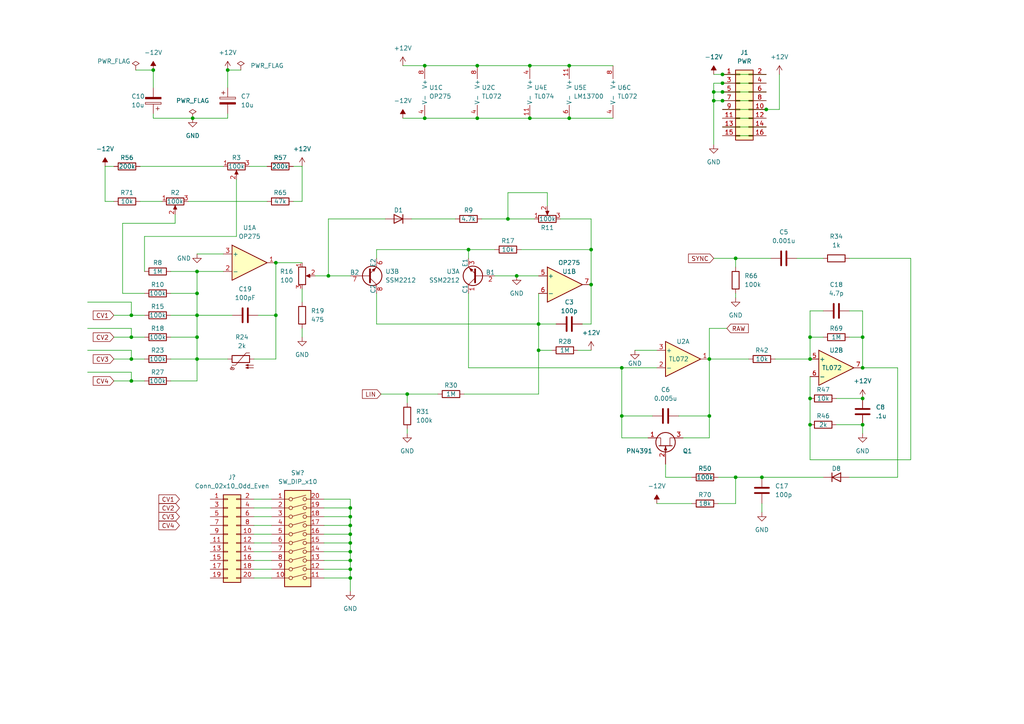
<source format=kicad_sch>
(kicad_sch (version 20211123) (generator eeschema)
  (paper "A4")
  (junction (at 171.45 82.55))
  (junction (at 454.66 73.66))
  (junction (at 213.36 138.43))
  (junction (at 123.19 34.29))
  (junction (at 234.95 104.14))
  (junction (at 153.67 19.05))
  (junction (at 433.07 100.33))
  (junction (at 222.25 31.75))
  (junction (at 415.29 48.26))
  (junction (at 427.99 48.26))
  (junction (at 138.43 19.05))
  (junction (at 490.22 120.65))
  (junction (at 55.88 34.29))
  (junction (at 209.55 24.13))
  (junction (at 394.97 74.93))
  (junction (at 443.23 116.84))
  (junction (at 123.19 19.05))
  (junction (at 209.55 29.21))
  (junction (at 477.52 50.8))
  (junction (at 153.67 34.29))
  (junction (at 171.45 72.39))
  (junction (at 407.67 113.03))
  (junction (at 101.6 147.32))
  (junction (at 101.6 152.4))
  (junction (at 180.34 120.65))
  (junction (at 118.11 114.3))
  (junction (at 80.01 91.44))
  (junction (at 156.21 93.98))
  (junction (at 57.15 104.14))
  (junction (at 401.32 33.02))
  (junction (at 220.98 138.43))
  (junction (at 66.04 20.32))
  (junction (at 95.25 80.01))
  (junction (at 415.29 55.88))
  (junction (at 474.98 78.74))
  (junction (at 38.1 110.49))
  (junction (at 495.3 71.12))
  (junction (at 406.4 73.66))
  (junction (at 454.66 78.74))
  (junction (at 135.89 72.39))
  (junction (at 378.46 50.8))
  (junction (at 205.74 120.65))
  (junction (at 447.04 53.34))
  (junction (at 57.15 85.09))
  (junction (at 406.4 55.88))
  (junction (at 394.97 58.42))
  (junction (at 101.6 157.48))
  (junction (at 370.84 77.47))
  (junction (at 156.21 101.6))
  (junction (at 350.52 45.72))
  (junction (at 394.97 48.26))
  (junction (at 101.6 162.56))
  (junction (at 207.01 26.67))
  (junction (at 250.19 97.79))
  (junction (at 213.36 74.93))
  (junction (at 207.01 29.21))
  (junction (at 101.6 167.64))
  (junction (at 539.75 38.1))
  (junction (at 209.55 21.59))
  (junction (at 515.62 27.94))
  (junction (at 165.1 34.29))
  (junction (at 453.39 113.03))
  (junction (at 431.8 63.5))
  (junction (at 234.95 115.57))
  (junction (at 505.46 40.64))
  (junction (at 234.95 97.79))
  (junction (at 38.1 91.44))
  (junction (at 38.1 97.79))
  (junction (at 101.6 160.02))
  (junction (at 505.46 58.42))
  (junction (at 497.84 27.94))
  (junction (at 443.23 95.25))
  (junction (at 250.19 123.19))
  (junction (at 205.74 104.14))
  (junction (at 101.6 165.1))
  (junction (at 149.86 80.01))
  (junction (at 44.45 20.32))
  (junction (at 250.19 115.57))
  (junction (at 57.15 78.74))
  (junction (at 447.04 45.72))
  (junction (at 406.4 69.85))
  (junction (at 57.15 91.44))
  (junction (at 209.55 26.67))
  (junction (at 250.19 106.68))
  (junction (at 495.3 90.17))
  (junction (at 101.6 149.86))
  (junction (at 80.01 76.2))
  (junction (at 101.6 154.94))
  (junction (at 407.67 120.65))
  (junction (at 138.43 34.29))
  (junction (at 165.1 19.05))
  (junction (at 180.34 106.68))
  (junction (at 57.15 97.79))
  (junction (at 496.57 50.8))
  (junction (at 38.1 104.14))
  (junction (at 450.85 123.19))
  (junction (at 234.95 123.19))
  (junction (at 407.67 100.33))
  (junction (at 394.97 85.09))
  (junction (at 147.32 63.5))
  (no_connect (at 521.97 123.19))
  (no_connect (at 519.43 113.03))
  (no_connect (at 509.27 115.57))
  (no_connect (at 494.03 118.11))
  (no_connect (at 509.27 118.11))
  (no_connect (at 417.83 116.84))
  (no_connect (at 510.54 55.88))
  (no_connect (at 508 55.88))
  (wire (pts (xy 209.55 21.59) (xy 222.25 21.59)))
  (wire (pts (xy 198.12 127) (xy 205.74 127)))
  (wire (pts (xy 387.35 113.03) (xy 387.35 109.22)))
  (wire (pts (xy 73.66 160.02) (xy 78.74 160.02)))
  (wire (pts (xy 57.15 104.14) (xy 57.15 110.49)))
  (wire (pts (xy 72.39 48.26) (xy 77.47 48.26)))
  (wire (pts (xy 109.22 85.09) (xy 109.22 93.98)))
  (wire (pts (xy 391.16 95.25) (xy 393.7 95.25)))
  (wire (pts (xy 424.18 85.09) (xy 424.18 95.25)))
  (wire (pts (xy 494.03 50.8) (xy 496.57 50.8)))
  (wire (pts (xy 80.01 76.2) (xy 87.63 76.2)))
  (wire (pts (xy 38.1 104.14) (xy 41.91 104.14)))
  (wire (pts (xy 153.67 19.05) (xy 165.1 19.05)))
  (wire (pts (xy 425.45 55.88) (xy 431.8 55.88)))
  (wire (pts (xy 171.45 93.98) (xy 168.91 93.98)))
  (wire (pts (xy 454.66 78.74) (xy 454.66 87.63)))
  (wire (pts (xy 57.15 91.44) (xy 67.31 91.44)))
  (wire (pts (xy 147.32 55.88) (xy 158.75 55.88)))
  (wire (pts (xy 480.06 97.79) (xy 495.3 97.79)))
  (wire (pts (xy 171.45 82.55) (xy 171.45 93.98)))
  (wire (pts (xy 454.66 68.58) (xy 480.06 68.58)))
  (wire (pts (xy 147.32 63.5) (xy 147.32 55.88)))
  (wire (pts (xy 450.85 123.19) (xy 458.47 123.19)))
  (wire (pts (xy 443.23 123.19) (xy 450.85 123.19)))
  (wire (pts (xy 246.38 90.17) (xy 250.19 90.17)))
  (wire (pts (xy 93.98 154.94) (xy 101.6 154.94)))
  (wire (pts (xy 234.95 133.35) (xy 264.16 133.35)))
  (wire (pts (xy 205.74 104.14) (xy 205.74 120.65)))
  (wire (pts (xy 495.3 71.12) (xy 508 71.12)))
  (wire (pts (xy 167.64 101.6) (xy 171.45 101.6)))
  (wire (pts (xy 193.04 138.43) (xy 200.66 138.43)))
  (wire (pts (xy 91.44 80.01) (xy 95.25 80.01)))
  (wire (pts (xy 417.83 113.03) (xy 407.67 113.03)))
  (wire (pts (xy 379.73 95.25) (xy 383.54 95.25)))
  (wire (pts (xy 474.98 27.94) (xy 486.41 27.94)))
  (wire (pts (xy 49.53 91.44) (xy 57.15 91.44)))
  (wire (pts (xy 93.98 149.86) (xy 101.6 149.86)))
  (wire (pts (xy 44.45 34.29) (xy 55.88 34.29)))
  (wire (pts (xy 25.4 95.25) (xy 38.1 95.25)))
  (wire (pts (xy 431.8 55.88) (xy 431.8 63.5)))
  (wire (pts (xy 515.62 27.94) (xy 509.27 27.94)))
  (wire (pts (xy 87.63 58.42) (xy 85.09 58.42)))
  (wire (pts (xy 490.22 120.65) (xy 490.22 123.19)))
  (wire (pts (xy 490.22 115.57) (xy 490.22 120.65)))
  (wire (pts (xy 379.73 77.47) (xy 370.84 77.47)))
  (wire (pts (xy 260.35 106.68) (xy 260.35 138.43)))
  (wire (pts (xy 95.25 80.01) (xy 101.6 80.01)))
  (wire (pts (xy 209.55 26.67) (xy 222.25 26.67)))
  (wire (pts (xy 101.6 147.32) (xy 101.6 149.86)))
  (wire (pts (xy 433.07 100.33) (xy 429.26 100.33)))
  (wire (pts (xy 515.62 20.32) (xy 509.27 20.32)))
  (wire (pts (xy 505.46 55.88) (xy 505.46 58.42)))
  (wire (pts (xy 415.29 48.26) (xy 415.29 55.88)))
  (wire (pts (xy 207.01 26.67) (xy 207.01 24.13)))
  (wire (pts (xy 66.04 34.29) (xy 66.04 33.02)))
  (wire (pts (xy 414.02 48.26) (xy 415.29 48.26)))
  (wire (pts (xy 73.66 152.4) (xy 78.74 152.4)))
  (wire (pts (xy 392.43 66.04) (xy 394.97 66.04)))
  (wire (pts (xy 101.6 167.64) (xy 101.6 171.45)))
  (wire (pts (xy 220.98 146.05) (xy 220.98 148.59)))
  (wire (pts (xy 242.57 123.19) (xy 250.19 123.19)))
  (wire (pts (xy 57.15 78.74) (xy 64.77 78.74)))
  (wire (pts (xy 406.4 55.88) (xy 406.4 69.85)))
  (wire (pts (xy 515.62 27.94) (xy 515.62 20.32)))
  (wire (pts (xy 156.21 101.6) (xy 160.02 101.6)))
  (wire (pts (xy 180.34 106.68) (xy 190.5 106.68)))
  (wire (pts (xy 74.93 91.44) (xy 80.01 91.44)))
  (wire (pts (xy 66.04 20.32) (xy 66.04 25.4)))
  (wire (pts (xy 180.34 106.68) (xy 180.34 120.65)))
  (wire (pts (xy 93.98 157.48) (xy 101.6 157.48)))
  (wire (pts (xy 453.39 113.03) (xy 453.39 105.41)))
  (wire (pts (xy 109.22 93.98) (xy 156.21 93.98)))
  (wire (pts (xy 40.64 58.42) (xy 46.99 58.42)))
  (wire (pts (xy 207.01 24.13) (xy 209.55 24.13)))
  (wire (pts (xy 433.07 116.84) (xy 443.23 116.84)))
  (wire (pts (xy 394.97 74.93) (xy 401.32 74.93)))
  (wire (pts (xy 407.67 100.33) (xy 407.67 101.6)))
  (wire (pts (xy 190.5 146.05) (xy 200.66 146.05)))
  (wire (pts (xy 495.3 78.74) (xy 495.3 71.12)))
  (wire (pts (xy 392.43 85.09) (xy 394.97 85.09)))
  (wire (pts (xy 165.1 34.29) (xy 177.8 34.29)))
  (wire (pts (xy 515.62 83.82) (xy 515.62 64.77)))
  (wire (pts (xy 118.11 114.3) (xy 118.11 116.84)))
  (wire (pts (xy 123.19 34.29) (xy 138.43 34.29)))
  (wire (pts (xy 443.23 95.25) (xy 443.23 101.6)))
  (wire (pts (xy 66.04 20.32) (xy 69.85 20.32)))
  (wire (pts (xy 127 114.3) (xy 118.11 114.3)))
  (wire (pts (xy 208.28 138.43) (xy 213.36 138.43)))
  (wire (pts (xy 234.95 115.57) (xy 234.95 123.19)))
  (wire (pts (xy 417.83 119.38) (xy 417.83 120.65)))
  (wire (pts (xy 207.01 74.93) (xy 213.36 74.93)))
  (wire (pts (xy 466.09 123.19) (xy 469.9 123.19)))
  (wire (pts (xy 165.1 19.05) (xy 177.8 19.05)))
  (wire (pts (xy 33.02 97.79) (xy 38.1 97.79)))
  (wire (pts (xy 264.16 133.35) (xy 264.16 74.93)))
  (wire (pts (xy 57.15 91.44) (xy 57.15 97.79)))
  (wire (pts (xy 25.4 87.63) (xy 38.1 87.63)))
  (wire (pts (xy 33.02 104.14) (xy 38.1 104.14)))
  (wire (pts (xy 447.04 53.34) (xy 447.04 45.72)))
  (wire (pts (xy 187.96 127) (xy 180.34 127)))
  (wire (pts (xy 95.25 63.5) (xy 111.76 63.5)))
  (wire (pts (xy 93.98 165.1) (xy 101.6 165.1)))
  (wire (pts (xy 508 71.12) (xy 508 80.01)))
  (wire (pts (xy 73.66 162.56) (xy 78.74 162.56)))
  (wire (pts (xy 171.45 82.55) (xy 171.45 72.39)))
  (wire (pts (xy 496.57 50.8) (xy 500.38 50.8)))
  (wire (pts (xy 213.36 77.47) (xy 213.36 74.93)))
  (wire (pts (xy 35.56 64.77) (xy 50.8 64.77)))
  (wire (pts (xy 447.04 85.09) (xy 424.18 85.09)))
  (wire (pts (xy 436.88 95.25) (xy 443.23 95.25)))
  (wire (pts (xy 394.97 85.09) (xy 394.97 74.93)))
  (wire (pts (xy 407.67 120.65) (xy 417.83 120.65)))
  (wire (pts (xy 118.11 124.46) (xy 118.11 125.73)))
  (wire (pts (xy 370.84 77.47) (xy 370.84 85.09)))
  (wire (pts (xy 250.19 97.79) (xy 250.19 106.68)))
  (wire (pts (xy 378.46 50.8) (xy 378.46 58.42)))
  (wire (pts (xy 447.04 38.1) (xy 447.04 31.75)))
  (wire (pts (xy 466.09 113.03) (xy 469.9 113.03)))
  (wire (pts (xy 497.84 45.72) (xy 497.84 27.94)))
  (wire (pts (xy 209.55 39.37) (xy 222.25 39.37)))
  (wire (pts (xy 184.15 101.6) (xy 190.5 101.6)))
  (wire (pts (xy 242.57 115.57) (xy 250.19 115.57)))
  (wire (pts (xy 350.52 45.72) (xy 350.52 46.99)))
  (wire (pts (xy 431.8 78.74) (xy 454.66 78.74)))
  (wire (pts (xy 57.15 78.74) (xy 57.15 85.09)))
  (wire (pts (xy 109.22 72.39) (xy 135.89 72.39)))
  (wire (pts (xy 41.91 68.58) (xy 68.58 68.58)))
  (wire (pts (xy 477.52 50.8) (xy 477.52 52.07)))
  (wire (pts (xy 453.39 105.41) (xy 458.47 105.41)))
  (wire (pts (xy 515.62 48.26) (xy 515.62 27.94)))
  (wire (pts (xy 101.6 157.48) (xy 101.6 160.02)))
  (wire (pts (xy 38.1 97.79) (xy 41.91 97.79)))
  (wire (pts (xy 406.4 69.85) (xy 450.85 69.85)))
  (wire (pts (xy 224.79 104.14) (xy 234.95 104.14)))
  (wire (pts (xy 403.86 100.33) (xy 407.67 100.33)))
  (wire (pts (xy 101.6 152.4) (xy 101.6 154.94)))
  (wire (pts (xy 378.46 50.8) (xy 379.73 50.8)))
  (wire (pts (xy 454.66 73.66) (xy 459.74 73.66)))
  (wire (pts (xy 205.74 95.25) (xy 210.82 95.25)))
  (wire (pts (xy 87.63 83.82) (xy 87.63 87.63)))
  (wire (pts (xy 44.45 33.02) (xy 44.45 34.29)))
  (wire (pts (xy 474.98 73.66) (xy 474.98 78.74)))
  (wire (pts (xy 350.52 44.45) (xy 350.52 45.72)))
  (wire (pts (xy 427.99 48.26) (xy 427.99 53.34)))
  (wire (pts (xy 135.89 72.39) (xy 143.51 72.39)))
  (wire (pts (xy 180.34 120.65) (xy 189.23 120.65)))
  (wire (pts (xy 505.46 58.42) (xy 525.78 58.42)))
  (wire (pts (xy 334.01 40.64) (xy 346.71 40.64)))
  (wire (pts (xy 425.45 63.5) (xy 431.8 63.5)))
  (wire (pts (xy 511.81 83.82) (xy 515.62 83.82)))
  (wire (pts (xy 231.14 74.93) (xy 238.76 74.93)))
  (wire (pts (xy 93.98 152.4) (xy 101.6 152.4)))
  (wire (pts (xy 135.89 106.68) (xy 180.34 106.68)))
  (wire (pts (xy 350.52 54.61) (xy 350.52 58.42)))
  (wire (pts (xy 49.53 104.14) (xy 57.15 104.14)))
  (wire (pts (xy 453.39 113.03) (xy 458.47 113.03)))
  (wire (pts (xy 539.75 35.56) (xy 539.75 38.1)))
  (wire (pts (xy 416.56 29.21) (xy 419.1 29.21)))
  (wire (pts (xy 415.29 48.26) (xy 417.83 48.26)))
  (wire (pts (xy 73.66 149.86) (xy 78.74 149.86)))
  (wire (pts (xy 207.01 26.67) (xy 209.55 26.67)))
  (wire (pts (xy 387.35 99.06) (xy 387.35 101.6)))
  (wire (pts (xy 226.06 31.75) (xy 226.06 21.59)))
  (wire (pts (xy 539.75 38.1) (xy 548.64 38.1)))
  (wire (pts (xy 156.21 93.98) (xy 161.29 93.98)))
  (wire (pts (xy 394.97 48.26) (xy 406.4 48.26)))
  (wire (pts (xy 264.16 74.93) (xy 246.38 74.93)))
  (wire (pts (xy 49.53 110.49) (xy 57.15 110.49)))
  (wire (pts (xy 467.36 78.74) (xy 474.98 78.74)))
  (wire (pts (xy 443.23 53.34) (xy 447.04 53.34)))
  (wire (pts (xy 411.48 95.25) (xy 424.18 95.25)))
  (wire (pts (xy 93.98 160.02) (xy 101.6 160.02)))
  (wire (pts (xy 57.15 104.14) (xy 66.04 104.14)))
  (wire (pts (xy 466.09 105.41) (xy 478.79 105.41)))
  (wire (pts (xy 38.1 101.6) (xy 38.1 104.14)))
  (wire (pts (xy 447.04 53.34) (xy 447.04 85.09)))
  (wire (pts (xy 57.15 97.79) (xy 57.15 104.14)))
  (wire (pts (xy 477.52 50.8) (xy 486.41 50.8)))
  (wire (pts (xy 73.66 154.94) (xy 78.74 154.94)))
  (wire (pts (xy 234.95 123.19) (xy 234.95 133.35)))
  (wire (pts (xy 101.6 149.86) (xy 101.6 152.4)))
  (wire (pts (xy 406.4 73.66) (xy 408.94 73.66)))
  (wire (pts (xy 35.56 85.09) (xy 35.56 64.77)))
  (wire (pts (xy 417.83 114.3) (xy 417.83 113.03)))
  (wire (pts (xy 143.51 80.01) (xy 149.86 80.01)))
  (wire (pts (xy 433.07 99.06) (xy 433.07 100.33)))
  (wire (pts (xy 41.91 78.74) (xy 41.91 68.58)))
  (wire (pts (xy 246.38 97.79) (xy 250.19 97.79)))
  (wire (pts (xy 238.76 90.17) (xy 234.95 90.17)))
  (wire (pts (xy 378.46 58.42) (xy 384.81 58.42)))
  (wire (pts (xy 370.84 77.47) (xy 370.84 66.04)))
  (wire (pts (xy 394.97 66.04) (xy 394.97 58.42)))
  (wire (pts (xy 213.36 74.93) (xy 223.52 74.93)))
  (wire (pts (xy 505.46 40.64) (xy 525.78 40.64)))
  (wire (pts (xy 406.4 73.66) (xy 406.4 78.74)))
  (wire (pts (xy 419.1 33.02) (xy 401.32 33.02)))
  (wire (pts (xy 425.45 48.26) (xy 427.99 48.26)))
  (wire (pts (xy 458.47 45.72) (xy 462.28 45.72)))
  (wire (pts (xy 25.4 101.6) (xy 38.1 101.6)))
  (wire (pts (xy 495.3 90.17) (xy 508 90.17)))
  (wire (pts (xy 205.74 104.14) (xy 205.74 95.25)))
  (wire (pts (xy 474.98 48.26) (xy 474.98 27.94)))
  (wire (pts (xy 234.95 97.79) (xy 234.95 104.14)))
  (wire (pts (xy 407.67 109.22) (xy 407.67 113.03)))
  (wire (pts (xy 207.01 29.21) (xy 209.55 29.21)))
  (wire (pts (xy 38.1 87.63) (xy 38.1 91.44)))
  (wire (pts (xy 33.02 48.26) (xy 30.48 48.26)))
  (wire (pts (xy 80.01 91.44) (xy 80.01 76.2)))
  (wire (pts (xy 156.21 114.3) (xy 156.21 101.6)))
  (wire (pts (xy 368.3 40.64) (xy 372.11 40.64)))
  (wire (pts (xy 147.32 63.5) (xy 154.94 63.5)))
  (wire (pts (xy 401.32 74.93) (xy 401.32 55.88)))
  (wire (pts (xy 433.07 100.33) (xy 433.07 101.6)))
  (wire (pts (xy 354.33 40.64) (xy 360.68 40.64)))
  (wire (pts (xy 405.13 29.21) (xy 408.94 29.21)))
  (wire (pts (xy 73.66 144.78) (xy 78.74 144.78)))
  (wire (pts (xy 68.58 68.58) (xy 68.58 52.07)))
  (wire (pts (xy 394.97 85.09) (xy 398.78 85.09)))
  (wire (pts (xy 415.29 55.88) (xy 417.83 55.88)))
  (wire (pts (xy 431.8 43.18) (xy 419.1 43.18)))
  (wire (pts (xy 387.35 113.03) (xy 407.67 113.03)))
  (wire (pts (xy 209.55 24.13) (xy 222.25 24.13)))
  (wire (pts (xy 222.25 31.75) (xy 226.06 31.75)))
  (wire (pts (xy 474.98 50.8) (xy 477.52 50.8)))
  (wire (pts (xy 156.21 85.09) (xy 156.21 93.98)))
  (wire (pts (xy 443.23 116.84) (xy 443.23 123.19)))
  (wire (pts (xy 539.75 38.1) (xy 539.75 40.64)))
  (wire (pts (xy 454.66 87.63) (xy 480.06 87.63)))
  (wire (pts (xy 55.88 34.29) (xy 66.04 34.29)))
  (wire (pts (xy 508 90.17) (xy 508 87.63)))
  (wire (pts (xy 213.36 138.43) (xy 213.36 146.05)))
  (wire (pts (xy 490.22 120.65) (xy 494.03 120.65)))
  (wire (pts (xy 158.75 55.88) (xy 158.75 59.69)))
  (wire (pts (xy 213.36 85.09) (xy 213.36 86.36)))
  (wire (pts (xy 392.43 31.75) (xy 392.43 29.21)))
  (wire (pts (xy 480.06 78.74) (xy 495.3 78.74)))
  (wire (pts (xy 116.84 34.29) (xy 123.19 34.29)))
  (wire (pts (xy 497.84 27.94) (xy 497.84 20.32)))
  (wire (pts (xy 134.62 114.3) (xy 156.21 114.3)))
  (wire (pts (xy 39.37 20.32) (xy 44.45 20.32)))
  (wire (pts (xy 205.74 120.65) (xy 205.74 127)))
  (wire (pts (xy 135.89 72.39) (xy 135.89 74.93)))
  (wire (pts (xy 419.1 43.18) (xy 419.1 33.02)))
  (wire (pts (xy 429.26 100.33) (xy 429.26 95.25)))
  (wire (pts (xy 427.99 53.34) (xy 435.61 53.34)))
  (wire (pts (xy 95.25 63.5) (xy 95.25 80.01)))
  (wire (pts (xy 38.1 107.95) (xy 38.1 110.49)))
  (wire (pts (xy 401.32 55.88) (xy 406.4 55.88)))
  (wire (pts (xy 350.52 45.72) (xy 379.73 45.72)))
  (wire (pts (xy 162.56 63.5) (xy 171.45 63.5)))
  (wire (pts (xy 138.43 19.05) (xy 153.67 19.05)))
  (wire (pts (xy 101.6 154.94) (xy 101.6 157.48)))
  (wire (pts (xy 403.86 95.25) (xy 403.86 100.33)))
  (wire (pts (xy 220.98 138.43) (xy 238.76 138.43)))
  (wire (pts (xy 234.95 90.17) (xy 234.95 97.79)))
  (wire (pts (xy 171.45 63.5) (xy 171.45 72.39)))
  (wire (pts (xy 57.15 85.09) (xy 57.15 91.44)))
  (wire (pts (xy 80.01 91.44) (xy 80.01 104.14)))
  (wire (pts (xy 93.98 144.78) (xy 101.6 144.78)))
  (wire (pts (xy 30.48 58.42) (xy 33.02 58.42)))
  (wire (pts (xy 101.6 165.1) (xy 101.6 167.64)))
  (wire (pts (xy 54.61 58.42) (xy 77.47 58.42)))
  (wire (pts (xy 406.4 69.85) (xy 406.4 73.66)))
  (wire (pts (xy 447.04 45.72) (xy 450.85 45.72)))
  (wire (pts (xy 407.67 99.06) (xy 407.67 100.33)))
  (wire (pts (xy 414.02 55.88) (xy 415.29 55.88)))
  (wire (pts (xy 101.6 144.78) (xy 101.6 147.32)))
  (wire (pts (xy 207.01 21.59) (xy 209.55 21.59)))
  (wire (pts (xy 73.66 147.32) (xy 78.74 147.32)))
  (wire (pts (xy 171.45 72.39) (xy 151.13 72.39)))
  (wire (pts (xy 213.36 138.43) (xy 220.98 138.43)))
  (wire (pts (xy 508 64.77) (xy 496.57 64.77)))
  (wire (pts (xy 334.01 41.91) (xy 334.01 40.64)))
  (wire (pts (xy 454.66 73.66) (xy 454.66 68.58)))
  (wire (pts (xy 234.95 109.22) (xy 234.95 115.57)))
  (wire (pts (xy 196.85 120.65) (xy 205.74 120.65)))
  (wire (pts (xy 156.21 93.98) (xy 156.21 101.6)))
  (wire (pts (xy 93.98 167.64) (xy 101.6 167.64)))
  (wire (pts (xy 138.43 34.29) (xy 153.67 34.29)))
  (wire (pts (xy 406.4 78.74) (xy 408.94 78.74)))
  (wire (pts (xy 149.86 80.01) (xy 156.21 80.01)))
  (wire (pts (xy 467.36 73.66) (xy 474.98 73.66)))
  (wire (pts (xy 87.63 95.25) (xy 87.63 97.79)))
  (wire (pts (xy 367.03 50.8) (xy 367.03 55.88)))
  (wire (pts (xy 209.55 34.29) (xy 222.25 34.29)))
  (wire (pts (xy 101.6 162.56) (xy 101.6 165.1)))
  (wire (pts (xy 406.4 85.09) (xy 414.02 85.09)))
  (wire (pts (xy 450.85 48.26) (xy 474.98 48.26)))
  (wire (pts (xy 374.65 50.8) (xy 378.46 50.8)))
  (wire (pts (xy 415.29 63.5) (xy 415.29 55.88)))
  (wire (pts (xy 480.06 92.71) (xy 480.06 97.79)))
  (wire (pts (xy 93.98 147.32) (xy 101.6 147.32)))
  (wire (pts (xy 209.55 31.75) (xy 222.25 31.75)))
  (wire (pts (xy 496.57 64.77) (xy 496.57 50.8)))
  (wire (pts (xy 238.76 97.79) (xy 234.95 97.79)))
  (wire (pts (xy 497.84 27.94) (xy 501.65 27.94)))
  (wire (pts (xy 213.36 146.05) (xy 208.28 146.05)))
  (wire (pts (xy 93.98 162.56) (xy 101.6 162.56)))
  (wire (pts (xy 25.4 107.95) (xy 38.1 107.95)))
  (wire (pts (xy 73.66 157.48) (xy 78.74 157.48)))
  (wire (pts (xy 50.8 64.77) (xy 50.8 62.23)))
  (wire (pts (xy 73.66 104.14) (xy 80.01 104.14)))
  (wire (pts (xy 109.22 72.39) (xy 109.22 74.93)))
  (wire (pts (xy 454.66 78.74) (xy 459.74 78.74)))
  (wire (pts (xy 73.66 165.1) (xy 78.74 165.1)))
  (wire (pts (xy 494.03 27.94) (xy 497.84 27.94)))
  (wire (pts (xy 370.84 66.04) (xy 384.81 66.04)))
  (wire (pts (xy 119.38 63.5) (xy 132.08 63.5)))
  (wire (pts (xy 33.02 91.44) (xy 38.1 91.44)))
  (wire (pts (xy 116.84 19.05) (xy 123.19 19.05)))
  (wire (pts (xy 209.55 36.83) (xy 222.25 36.83)))
  (wire (pts (xy 57.15 73.66) (xy 64.77 73.66)))
  (wire (pts (xy 38.1 110.49) (xy 41.91 110.49)))
  (wire (pts (xy 416.56 73.66) (xy 454.66 73.66)))
  (wire (pts (xy 49.53 78.74) (xy 57.15 78.74)))
  (wire (pts (xy 205.74 104.14) (xy 217.17 104.14)))
  (wire (pts (xy 101.6 160.02) (xy 101.6 162.56)))
  (wire (pts (xy 394.97 58.42) (xy 392.43 58.42)))
  (wire (pts (xy 73.66 167.64) (xy 78.74 167.64)))
  (wire (pts (xy 49.53 97.79) (xy 57.15 97.79)))
  (wire (pts (xy 38.1 95.25) (xy 38.1 97.79)))
  (wire (pts (xy 180.34 120.65) (xy 180.34 127)))
  (wire (pts (xy 207.01 41.91) (xy 207.01 29.21)))
  (wire (pts (xy 49.53 85.09) (xy 57.15 85.09)))
  (wire (pts (xy 85.09 48.26) (xy 87.63 48.26)))
  (wire (pts (xy 110.49 114.3) (xy 118.11 114.3)))
  (wire (pts (xy 494.03 115.57) (xy 490.22 115.57)))
  (wire (pts (xy 417.83 63.5) (xy 415.29 63.5)))
  (wire (pts (xy 139.7 63.5) (xy 147.32 63.5)))
  (wire (pts (xy 433.07 109.22) (xy 433.07 114.3)))
  (wire (pts (xy 250.19 106.68) (xy 260.35 106.68)))
  (wire (pts (xy 450.85 69.85) (xy 450.85 48.26)))
  (wire (pts (xy 135.89 85.09) (xy 135.89 106.68)))
  (wire (pts (xy 443.23 116.84) (xy 443.23 109.22)))
  (wire (pts (xy 41.91 85.09) (xy 35.56 85.09)))
  (wire (pts (xy 260.35 138.43) (xy 246.38 138.43)))
  (wire (pts (xy 87.63 48.26) (xy 87.63 58.42)))
  (wire (pts (xy 123.19 19.05) (xy 138.43 19.05)))
  (wire (pts (xy 40.64 48.26) (xy 64.77 48.26)))
  (wire (pts (xy 497.84 20.32) (xy 501.65 20.32)))
  (wire (pts (xy 250.19 90.17) (xy 250.19 97.79)))
  (wire (pts (xy 515.62 27.94) (xy 539.75 27.94)))
  (wire (pts (xy 500.38 45.72) (xy 497.84 45.72)))
  (wire (pts (xy 33.02 110.49) (xy 38.1 110.49)))
  (wire (pts (xy 30.48 48.26) (xy 30.48 58.42)))
  (wire (pts (xy 392.43 29.21) (xy 397.51 29.21)))
  (wire (pts (xy 153.67 34.29) (xy 165.1 34.29)))
  (wire (pts (xy 38.1 91.44) (xy 41.91 91.44)))
  (wire (pts (xy 495.3 97.79) (xy 495.3 90.17)))
  (wire (pts (xy 505.46 38.1) (xy 505.46 40.64)))
  (wire (pts (xy 44.45 20.32) (xy 44.45 25.4)))
  (wire (pts (xy 394.97 48.26) (xy 394.97 58.42)))
  (wire (pts (xy 431.8 38.1) (xy 447.04 38.1)))
  (wire (pts (xy 193.04 134.62) (xy 193.04 138.43)))
  (wire (pts (xy 250.19 123.19) (xy 250.19 125.73)))
  (wire (pts (xy 427.99 48.26) (xy 431.8 48.26)))
  (wire (pts (xy 370.84 85.09) (xy 384.81 85.09)))
  (wire (pts (xy 431.8 34.29) (xy 431.8 38.1)))
  (wire (pts (xy 209.55 29.21) (xy 222.25 29.21)))
  (wire (pts (xy 480.06 73.66) (xy 480.06 78.74)))
  (wire (pts (xy 207.01 29.21) (xy 207.01 26.67)))
  (global_label "CV2" (shape input) (at 33.02 97.79 180) (property "Intersheet References" "${INTERSHEET_REFS}" (effects hide)))
  (global_label "CV1" (shape input) (at 33.02 91.44 180) (property "Intersheet References" "${INTERSHEET_REFS}" (effects hide)))
  (global_label "CV1" (shape input) (at 52.07 144.78 180) (property "Intersheet References" "${INTERSHEET_REFS}" (effects hide)))
  (global_label "SYNC" (shape input) (at 207.01 74.93 180) (property "Intersheet References" "${INTERSHEET_REFS}" (effects hide)))
  (global_label "SIN" (shape input) (at 478.79 105.41 0) (property "Intersheet References" "${INTERSHEET_REFS}" (effects hide)))
  (global_label "CV4" (shape input) (at 52.07 152.4 180) (property "Intersheet References" "${INTERSHEET_REFS}" (effects hide)))
  (global_label "LIN" (shape input) (at 110.49 114.3 180) (property "Intersheet References" "${INTERSHEET_REFS}" (effects hide)))
  (global_label "CV3" (shape input) (at 52.07 149.86 180) (property "Intersheet References" "${INTERSHEET_REFS}" (effects hide)))
  (global_label "RMP" (shape input) (at 414.02 85.09 0) (property "Intersheet References" "${INTERSHEET_REFS}" (effects hide)))
  (global_label "CV2" (shape input) (at 52.07 147.32 180) (property "Intersheet References" "${INTERSHEET_REFS}" (effects hide)))
  (global_label "RAW" (shape input) (at 210.82 95.25 0) (property "Intersheet References" "${INTERSHEET_REFS}" (effects hide)))
  (global_label "SQR" (shape input) (at 548.64 38.1 0) (property "Intersheet References" "${INTERSHEET_REFS}" (effects hide)))
  (global_label "PWM" (shape input) (at 474.98 50.8 180) (property "Intersheet References" "${INTERSHEET_REFS}" (effects hide)))
  (global_label "RAW" (shape input) (at 367.03 55.88 0) (property "Intersheet References" "${INTERSHEET_REFS}" (effects hide)))
  (global_label "CV3" (shape input) (at 33.02 104.14 180) (property "Intersheet References" "${INTERSHEET_REFS}" (effects hide)))
  (global_label "TRI" (shape input) (at 462.28 45.72 0) (property "Intersheet References" "${INTERSHEET_REFS}" (effects hide)))
  (global_label "CV4" (shape input) (at 33.02 110.49 180) (property "Intersheet References" "${INTERSHEET_REFS}" (effects hide)))
  (symbol (lib_id "Device:D") (at 242.57 138.43 0) (unit 1)
    (property "Reference" "D8" (at 242.57 135.89 0))
    (property "Value" "D" (effects hide))
  )
  (symbol (lib_id "Device:R") (at 45.72 104.14 90) (unit 1)
    (property "Reference" "R23" (at 45.72 101.6 90))
    (property "Value" "100k" (at 45.72 104.14 90))
  )
  (symbol (lib_id "power:GND") (at 474.98 78.74 0) (unit 1)
    (property "Reference" "#PWR0141" (effects hide))
    (property "Value" "GND" (at 474.98 83.82 0))
  )
  (symbol (lib_name "LM13700_1") (lib_id "Amplifier_Operational:LM13700") (at 425.45 116.84 0) (mirror x) (unit 3)
    (property "Reference" "U5" (at 425.45 111.76 0))
    (property "Value" "LM13700" (at 424.18 123.19 0))
    (property "Datasheet" "http://www.ti.com/lit/ds/symlink/lm13700.pdf" (effects hide))
  )
  (symbol (lib_id "Device:R_Potentiometer") (at 508 83.82 0) (mirror x) (unit 1)
    (property "Reference" "R39" (at 505.46 82.5499 0) (effects (justify right)))
    (property "Value" "100k" (at 505.46 85.0899 0) (effects (justify right)))
  )
  (symbol (lib_id "power:GND") (at 407.67 120.65 0) (unit 1)
    (property "Reference" "#PWR0128" (effects hide))
    (property "Value" "GND" (at 407.67 125.73 0))
  )
  (symbol (lib_id "Device:R") (at 511.81 64.77 90) (unit 1)
    (property "Reference" "R35" (at 511.81 62.23 90))
    (property "Value" "10k" (at 511.81 64.77 90))
  )
  (symbol (lib_id "Device:R") (at 443.23 105.41 0) (unit 1)
    (property "Reference" "R45" (at 445.77 104.1399 0) (effects (justify left)))
    (property "Value" "1M" (at 445.77 106.6799 0) (effects (justify left)))
  )
  (symbol (lib_id "power:-12V") (at 469.9 113.03 0) (unit 1)
    (property "Reference" "#PWR0132" (effects hide))
    (property "Value" "-12V" (at 471.17 107.95 0))
  )
  (symbol (lib_id "power:GND") (at 213.36 86.36 0) (unit 1)
    (property "Reference" "#PWR0111" (effects hide))
    (property "Value" "GND" (at 213.36 91.44 0))
  )
  (symbol (lib_id "Device:R_Potentiometer") (at 387.35 95.25 90) (mirror x) (unit 1)
    (property "Reference" "R60" (at 387.35 92.71 90))
    (property "Value" "100k" (at 387.35 95.25 90))
  )
  (symbol (lib_id "Device:R") (at 36.83 58.42 90) (unit 1)
    (property "Reference" "R71" (at 36.83 55.88 90))
    (property "Value" "10k" (at 36.83 58.42 90))
  )
  (symbol (lib_id "Device:C") (at 242.57 90.17 90) (unit 1)
    (property "Reference" "C18" (at 242.57 82.55 90))
    (property "Value" "4.7p" (at 242.57 85.09 90))
  )
  (symbol (lib_id "Device:C_Polarized") (at 66.04 29.21 0) (unit 1)
    (property "Reference" "C7" (at 69.85 27.94 0) (effects (justify left)))
    (property "Value" "10u" (at 69.85 30.48 0) (effects (justify left)))
  )
  (symbol (lib_id "Device:R") (at 490.22 50.8 90) (unit 1)
    (property "Reference" "R40" (at 490.22 48.26 90))
    (property "Value" "10k" (at 490.22 50.8 90))
  )
  (symbol (lib_id "Device:D") (at 410.21 48.26 0) (mirror y) (unit 1)
    (property "Reference" "D2" (at 410.21 45.72 0))
    (property "Value" "D" (effects hide))
  )
  (symbol (lib_id "Device:R") (at 45.72 85.09 90) (unit 1)
    (property "Reference" "R10" (at 45.72 82.55 90))
    (property "Value" "100k" (at 45.72 85.09 90))
  )
  (symbol (lib_id "Device:R") (at 539.75 31.75 0) (unit 1)
    (property "Reference" "R36" (at 542.29 30.4799 0) (effects (justify left)))
    (property "Value" "4.7k" (at 542.29 33.0199 0) (effects (justify left)))
  )
  (symbol (lib_id "power:-12V") (at 505.46 58.42 0) (mirror x) (unit 1)
    (property "Reference" "#PWR0140" (effects hide))
    (property "Value" "-12V" (at 500.38 58.42 0))
  )
  (symbol (lib_id "Device:R") (at 118.11 120.65 0) (unit 1)
    (property "Reference" "R31" (at 120.65 119.3799 0) (effects (justify left)))
    (property "Value" "100k" (at 120.65 121.9199 0) (effects (justify left)))
  )
  (symbol (lib_id "Device:C") (at 421.64 63.5 90) (unit 1)
    (property "Reference" "C14" (at 421.64 59.69 90))
    (property "Value" "0.002u" (at 421.64 67.31 90))
  )
  (symbol (lib_id "Device:R") (at 388.62 58.42 90) (unit 1)
    (property "Reference" "R20" (at 388.62 55.88 90))
    (property "Value" "47k" (at 388.62 58.42 90))
  )
  (symbol (lib_id "Device:D") (at 412.75 78.74 0) (unit 1)
    (property "Reference" "D7" (at 412.75 81.28 0))
    (property "Value" "D" (effects hide))
  )
  (symbol (lib_id "Device:C") (at 193.04 120.65 90) (unit 1)
    (property "Reference" "C6" (at 193.04 113.03 90))
    (property "Value" "0.005u" (at 193.04 115.57 90))
  )
  (symbol (lib_id "Amplifier_Operational:LM13700") (at 521.97 115.57 270) (mirror x) (unit 2)
    (property "Reference" "U5" (at 528.32 116.8399 90) (effects (justify left)))
    (property "Value" "LM13700" (at 528.32 119.3799 90) (effects (justify left)))
    (property "Datasheet" "http://www.ti.com/lit/ds/symlink/lm13700.pdf" (effects hide))
  )
  (symbol (lib_id "Device:R") (at 407.67 116.84 0) (unit 1)
    (property "Reference" "R51" (at 410.21 115.5699 0) (effects (justify left)))
    (property "Value" "1k" (at 410.21 118.1099 0) (effects (justify left)))
  )
  (symbol (lib_id "Device:D") (at 410.21 55.88 0) (mirror y) (unit 1)
    (property "Reference" "D3" (at 410.21 53.34 0))
    (property "Value" "D" (effects hide))
  )
  (symbol (lib_id "Device:C") (at 505.46 27.94 90) (unit 1)
    (property "Reference" "C4" (at 505.46 24.13 90))
    (property "Value" "10p" (at 505.46 31.75 90))
  )
  (symbol (lib_id "power:GND") (at 55.88 34.29 0) (unit 1)
    (property "Reference" "#PWR0104" (effects hide))
    (property "Value" "GND" (at 55.88 39.37 0))
  )
  (symbol (lib_id "Amplifier_Operational:OP275") (at 72.39 76.2 0) (unit 1)
    (property "Reference" "U1" (at 72.39 66.04 0))
    (property "Value" "OP275" (at 72.39 68.58 0))
    (property "Datasheet" "https://www.analog.com/media/en/technical-documentation/data-sheets/OP275.pdf" (effects hide))
  )
  (symbol (lib_id "Device:R") (at 238.76 123.19 90) (unit 1)
    (property "Reference" "R46" (at 238.76 120.65 90))
    (property "Value" "2k" (at 238.76 123.19 90))
  )
  (symbol (lib_id "power:GND") (at 379.73 72.39 0) (unit 1)
    (property "Reference" "#PWR0127" (effects hide))
    (property "Value" "GND" (at 375.92 72.39 0))
  )
  (symbol (lib_id "power:GND") (at 469.9 123.19 0) (unit 1)
    (property "Reference" "#PWR0133" (effects hide))
    (property "Value" "GND" (at 469.9 128.27 0))
  )
  (symbol (lib_id "Device:R") (at 87.63 91.44 0) (unit 1)
    (property "Reference" "R19" (at 90.17 90.1699 0) (effects (justify left)))
    (property "Value" "475" (at 90.17 92.7099 0) (effects (justify left)))
  )
  (symbol (lib_id "Amplifier_Operational:TL072") (at 180.34 26.67 0) (unit 3)
    (property "Reference" "U6" (at 179.07 25.3999 0) (effects (justify left)))
    (property "Value" "TL072" (at 179.07 27.9399 0) (effects (justify left)))
    (property "Datasheet" "http://www.ti.com/lit/ds/symlink/tl071.pdf" (effects hide))
  )
  (symbol (lib_id "power:GND") (at 350.52 58.42 0) (unit 1)
    (property "Reference" "#PWR0113" (effects hide))
    (property "Value" "GND" (at 350.52 63.5 0))
  )
  (symbol (lib_id "Device:C") (at 350.52 50.8 0) (unit 1)
    (property "Reference" "C1" (at 354.33 49.5299 0) (effects (justify left)))
    (property "Value" "0.1u" (at 354.33 52.0699 0) (effects (justify left)))
  )
  (symbol (lib_id "power:GND") (at 392.43 31.75 0) (unit 1)
    (property "Reference" "#PWR0122" (effects hide))
    (property "Value" "GND" (at 392.43 36.83 0))
  )
  (symbol (lib_id "Device:R") (at 238.76 115.57 90) (unit 1)
    (property "Reference" "R47" (at 238.76 113.03 90))
    (property "Value" "10k" (at 238.76 115.57 90))
  )
  (symbol (lib_id "Device:R") (at 36.83 48.26 90) (unit 1)
    (property "Reference" "R56" (at 36.83 45.72 90))
    (property "Value" "200k" (at 36.83 48.26 90))
  )
  (symbol (lib_id "Device:R") (at 388.62 85.09 90) (unit 1)
    (property "Reference" "R32" (at 388.62 82.55 90))
    (property "Value" "10k" (at 388.62 85.09 90))
  )
  (symbol (lib_id "Device:R") (at 387.35 105.41 0) (unit 1)
    (property "Reference" "R61" (at 389.89 104.1399 0) (effects (justify left)))
    (property "Value" "470k" (at 389.89 106.6799 0) (effects (justify left)))
  )
  (symbol (lib_id "power:GND") (at 334.01 41.91 0) (unit 1)
    (property "Reference" "#PWR0112" (effects hide))
    (property "Value" "GND" (at 334.01 46.99 0))
  )
  (symbol (lib_id "Device:R_Potentiometer") (at 401.32 29.21 90) (mirror x) (unit 1)
    (property "Reference" "R7" (at 401.32 22.86 90))
    (property "Value" "10k" (at 401.32 25.4 90))
  )
  (symbol (lib_id "power:GND") (at 490.22 123.19 0) (unit 1)
    (property "Reference" "#PWR0134" (effects hide))
    (property "Value" "GND" (at 490.22 128.27 0))
  )
  (symbol (lib_id "power:-12V") (at 190.5 146.05 0) (unit 1)
    (property "Reference" "#PWR0120" (effects hide))
    (property "Value" "-12V" (at 190.5 140.97 0))
  )
  (symbol (lib_id "Device:R") (at 81.28 58.42 90) (unit 1)
    (property "Reference" "R65" (at 81.28 55.88 90))
    (property "Value" "47k" (at 81.28 58.42 90))
  )
  (symbol (lib_id "Device:D") (at 115.57 63.5 0) (mirror y) (unit 1)
    (property "Reference" "D1" (at 115.57 60.96 0))
    (property "Value" "D" (effects hide))
  )
  (symbol (lib_id "power:GND") (at 184.15 101.6 0) (unit 1)
    (property "Reference" "#PWR0108" (effects hide))
    (property "Value" "GND" (at 184.15 105.41 0))
  )
  (symbol (lib_id "Connector_Generic:Conn_02x10_Odd_Even") (at 66.04 154.94 0) (unit 1)
    (property "Reference" "J?" (at 67.31 138.43 0))
    (property "Value" "Conn_02x10_Odd_Even" (at 67.31 140.97 0))
  )
  (symbol (lib_id "power:-12V") (at 379.73 95.25 0) (unit 1)
    (property "Reference" "#PWR0129" (effects hide))
    (property "Value" "-12V" (at 379.73 90.17 0))
  )
  (symbol (lib_id "Device:R") (at 505.46 20.32 90) (unit 1)
    (property "Reference" "R68" (at 505.46 17.78 90))
    (property "Value" "10M" (at 505.46 20.32 90))
  )
  (symbol (lib_id "Device:R") (at 477.52 55.88 180) (unit 1)
    (property "Reference" "R67" (at 480.06 54.6099 0) (effects (justify right)))
    (property "Value" "100k" (at 480.06 57.1499 0) (effects (justify right)))
  )
  (symbol (lib_id "Amplifier_Operational:TL074") (at 387.35 48.26 0) (unit 1)
    (property "Reference" "U4" (at 388.62 44.45 0))
    (property "Value" "TL074" (at 386.08 48.26 0))
    (property "Datasheet" "http://www.ti.com/lit/ds/symlink/tl071.pdf" (effects hide))
  )
  (symbol (lib_id "Device:R") (at 421.64 48.26 90) (unit 1)
    (property "Reference" "R13" (at 421.64 45.72 90))
    (property "Value" "10k" (at 421.64 48.26 90))
  )
  (symbol (lib_id "power:-12V") (at 207.01 21.59 0) (unit 1)
    (property "Reference" "#PWR0143" (effects hide))
    (property "Value" "-12V" (at 207.01 16.51 0))
  )
  (symbol (lib_id "Amplifier_Operational:OP275") (at 125.73 26.67 0) (unit 3)
    (property "Reference" "U1" (at 124.46 25.3999 0) (effects (justify left)))
    (property "Value" "OP275" (at 124.46 27.9399 0) (effects (justify left)))
    (property "Datasheet" "https://www.analog.com/media/en/technical-documentation/data-sheets/OP275.pdf" (effects hide))
  )
  (symbol (lib_id "Device:Q_NJFET_DGS") (at 193.04 129.54 90) (unit 1)
    (property "Reference" "Q1" (at 199.39 130.81 90))
    (property "Value" "PN4391" (at 185.42 130.81 90))
  )
  (symbol (lib_id "Device:R") (at 163.83 101.6 90) (unit 1)
    (property "Reference" "R28" (at 163.83 99.06 90))
    (property "Value" "1M" (at 163.83 101.6 90))
  )
  (symbol (lib_id "power:GND") (at 101.6 171.45 0) (unit 1)
    (property "Reference" "#PWR?" (effects hide))
    (property "Value" "GND" (at 101.6 176.53 0))
  )
  (symbol (lib_id "power:GND") (at 220.98 148.59 0) (unit 1)
    (property "Reference" "#PWR0109" (effects hide))
    (property "Value" "GND" (at 220.98 153.67 0))
  )
  (symbol (lib_id "Device:R") (at 462.28 105.41 90) (unit 1)
    (property "Reference" "R49" (at 462.28 102.87 90))
    (property "Value" "1k" (at 462.28 105.41 90))
  )
  (symbol (lib_id "Device:R") (at 220.98 104.14 90) (unit 1)
    (property "Reference" "R42" (at 220.98 101.6 90))
    (property "Value" "10k" (at 220.98 104.14 90))
  )
  (symbol (lib_id "Device:R") (at 490.22 27.94 90) (unit 1)
    (property "Reference" "R29" (at 490.22 25.4 90))
    (property "Value" "100k" (at 490.22 27.94 90))
  )
  (symbol (lib_id "power:+12V") (at 116.84 19.05 0) (unit 1)
    (property "Reference" "#PWR0118" (effects hide))
    (property "Value" "+12V" (at 116.84 13.97 0))
  )
  (symbol (lib_id "power:-12V") (at 431.8 63.5 0) (mirror x) (unit 1)
    (property "Reference" "#PWR0126" (effects hide))
    (property "Value" "-12V" (at 431.8 68.58 0))
  )
  (symbol (lib_id "Device:C") (at 227.33 74.93 90) (unit 1)
    (property "Reference" "C5" (at 227.33 67.31 90))
    (property "Value" "0.001u" (at 227.33 69.85 90))
  )
  (symbol (lib_id "Device:D") (at 420.37 78.74 0) (unit 1)
    (property "Reference" "D6" (at 420.37 81.28 0))
    (property "Value" "D" (effects hide))
  )
  (symbol (lib_id "Device:R") (at 462.28 113.03 90) (unit 1)
    (property "Reference" "R52" (at 462.28 110.49 90))
    (property "Value" "4.7k" (at 462.28 113.03 90))
  )
  (symbol (lib_id "Switch:SW_DIP_x10") (at 86.36 157.48 0) (unit 1)
    (property "Reference" "SW?" (at 86.36 137.16 0))
    (property "Value" "SW_DIP_x10" (at 86.36 139.7 0))
  )
  (symbol (lib_id "power:PWR_FLAG") (at 69.85 20.32 0) (unit 1)
    (property "Reference" "#FLG0101" (effects hide))
    (property "Value" "PWR_FLAG" (at 77.47 19.05 0))
  )
  (symbol (lib_id "Device:R") (at 242.57 97.79 90) (unit 1)
    (property "Reference" "R69" (at 242.57 95.25 90))
    (property "Value" "1M" (at 242.57 97.79 90))
  )
  (symbol (lib_id "power:GND") (at 57.15 73.66 0) (unit 1)
    (property "Reference" "#PWR0101" (effects hide))
    (property "Value" "GND" (at 53.34 74.93 0))
  )
  (symbol (lib_id "power:PWR_FLAG") (at 55.88 34.29 0) (unit 1)
    (property "Reference" "#FLG0103" (effects hide))
    (property "Value" "PWR_FLAG" (at 55.88 29.21 0))
  )
  (symbol (lib_id "Device:R") (at 370.84 50.8 90) (unit 1)
    (property "Reference" "R12" (at 370.84 48.26 90))
    (property "Value" "10k" (at 370.84 50.8 90))
  )
  (symbol (lib_id "Device:R") (at 135.89 63.5 90) (unit 1)
    (property "Reference" "R9" (at 135.89 60.96 90))
    (property "Value" "4.7k" (at 135.89 63.5 90))
  )
  (symbol (lib_id "Device:C_Polarized") (at 463.55 78.74 270) (unit 1)
    (property "Reference" "C12" (at 462.28 82.55 90))
    (property "Value" "0.1u" (at 467.36 82.55 90))
  )
  (symbol (lib_id "Transistor_BJT:SSM2210") (at 106.68 80.01 0) (mirror x) (unit 2)
    (property "Reference" "U3" (at 111.76 78.7399 0) (effects (justify left)))
    (property "Value" "SSM2212" (at 111.76 81.2799 0) (effects (justify left)))
    (property "Datasheet" "https://www.analog.com/media/en/technical-documentation/obsolete-data-sheets/SSM2210.pdf" (effects hide))
  )
  (symbol (lib_id "Device:C") (at 71.12 91.44 90) (unit 1)
    (property "Reference" "C19" (at 71.12 83.82 90))
    (property "Value" "100pF" (at 71.12 86.36 90))
  )
  (symbol (lib_id "power:-12V") (at 44.45 20.32 0) (unit 1)
    (property "Reference" "#PWR0102" (effects hide))
    (property "Value" "-12V" (at 44.45 15.24 0))
  )
  (symbol (lib_id "Amplifier_Operational:TL074") (at 439.42 31.75 0) (unit 4)
    (property "Reference" "U4" (at 439.42 21.59 0))
    (property "Value" "TL074" (at 439.42 24.13 0))
    (property "Datasheet" "http://www.ti.com/lit/ds/symlink/tl071.pdf" (effects hide))
  )
  (symbol (lib_id "Device:R") (at 454.66 45.72 90) (unit 1)
    (property "Reference" "R22" (at 454.66 43.18 90))
    (property "Value" "1k" (at 454.66 45.72 90))
  )
  (symbol (lib_id "Device:D") (at 427.99 78.74 0) (unit 1)
    (property "Reference" "D5" (at 427.99 81.28 0))
    (property "Value" "D" (effects hide))
  )
  (symbol (lib_id "power:GND") (at 477.52 59.69 0) (unit 1)
    (property "Reference" "#PWR0135" (effects hide))
    (property "Value" "GND" (at 477.52 64.77 0))
  )
  (symbol (lib_id "Amplifier_Operational:TL072") (at 242.57 106.68 0) (unit 2)
    (property "Reference" "U2" (at 242.57 101.6 0))
    (property "Value" "TL072" (at 241.3 106.68 0))
    (property "Datasheet" "http://www.ti.com/lit/ds/symlink/tl071.pdf" (effects hide))
  )
  (symbol (lib_id "Device:R_Potentiometer") (at 407.67 95.25 90) (mirror x) (unit 1)
    (property "Reference" "R64" (at 407.67 92.71 90))
    (property "Value" "100k" (at 407.67 95.25 90))
  )
  (symbol (lib_id "Device:C_Polarized") (at 463.55 73.66 90) (unit 1)
    (property "Reference" "C13" (at 462.28 69.85 90))
    (property "Value" "1u" (at 467.36 69.85 90))
  )
  (symbol (lib_id "power:+12V") (at 443.23 95.25 0) (unit 1)
    (property "Reference" "#PWR0131" (effects hide))
    (property "Value" "+12V" (at 443.23 90.17 0))
  )
  (symbol (lib_id "Device:C") (at 525.78 44.45 0) (unit 1)
    (property "Reference" "C15" (at 529.59 43.1799 0) (effects (justify left)))
    (property "Value" ".1u" (at 529.59 45.7199 0) (effects (justify left)))
  )
  (symbol (lib_id "Amplifier_Operational:TL072") (at 140.97 26.67 0) (unit 3)
    (property "Reference" "U2" (at 139.7 25.3999 0) (effects (justify left)))
    (property "Value" "TL072" (at 139.7 27.9399 0) (effects (justify left)))
    (property "Datasheet" "http://www.ti.com/lit/ds/symlink/tl071.pdf" (effects hide))
  )
  (symbol (lib_id "Device:C_Polarized") (at 44.45 29.21 180) (unit 1)
    (property "Reference" "C10" (at 38.1 27.94 0) (effects (justify right)))
    (property "Value" "10u" (at 38.1 30.48 0) (effects (justify right)))
  )
  (symbol (lib_id "power:GND") (at 525.78 48.26 0) (unit 1)
    (property "Reference" "#PWR0138" (effects hide))
    (property "Value" "GND" (at 525.78 53.34 0))
  )
  (symbol (lib_id "power:GND") (at 401.32 40.64 0) (unit 1)
    (property "Reference" "#PWR0125" (effects hide))
    (property "Value" "GND" (at 401.32 45.72 0))
  )
  (symbol (lib_id "Device:R") (at 364.49 40.64 90) (unit 1)
    (property "Reference" "R6" (at 364.49 38.1 90))
    (property "Value" "100k" (at 364.49 40.64 90))
  )
  (symbol (lib_id "power:+12V") (at 87.63 48.26 0) (unit 1)
    (property "Reference" "#PWR0115" (effects hide))
    (property "Value" "+12V" (at 87.63 43.18 0))
  )
  (symbol (lib_id "power:-12V") (at 116.84 34.29 0) (unit 1)
    (property "Reference" "#PWR0119" (effects hide))
    (property "Value" "-12V" (at 116.84 29.21 0))
  )
  (symbol (lib_id "Device:R") (at 388.62 66.04 90) (unit 1)
    (property "Reference" "R25" (at 388.62 63.5 90))
    (property "Value" "10k" (at 388.62 66.04 90))
  )
  (symbol (lib_id "power:+12V") (at 250.19 115.57 0) (unit 1)
    (property "Reference" "#PWR0121" (effects hide))
    (property "Value" "+12V" (at 250.19 110.49 0))
  )
  (symbol (lib_id "Amplifier_Operational:TL074") (at 156.21 26.67 0) (unit 5)
    (property "Reference" "U4" (at 154.94 25.3999 0) (effects (justify left)))
    (property "Value" "TL074" (at 154.94 27.9399 0) (effects (justify left)))
    (property "Datasheet" "http://www.ti.com/lit/ds/symlink/tl071.pdf" (effects hide))
  )
  (symbol (lib_id "power:GND") (at 87.63 97.79 0) (unit 1)
    (property "Reference" "#PWR0105" (effects hide))
    (property "Value" "GND" (at 87.63 102.87 0))
  )
  (symbol (lib_id "Connector_Generic:Conn_02x08_Odd_Even") (at 214.63 29.21 0) (unit 1)
    (property "Reference" "J1" (at 215.9 15.24 0))
    (property "Value" "PWR" (at 215.9 17.78 0))
  )
  (symbol (lib_id "Device:R_Potentiometer") (at 87.63 80.01 0) (unit 1)
    (property "Reference" "R16" (at 85.09 78.7399 0) (effects (justify right)))
    (property "Value" "100" (at 85.09 81.2799 0) (effects (justify right)))
  )
  (symbol (lib_id "Device:C") (at 401.32 36.83 0) (unit 1)
    (property "Reference" "C2" (at 405.13 35.5599 0) (effects (justify left)))
    (property "Value" ".1u" (at 405.13 38.0999 0) (effects (justify left)))
  )
  (symbol (lib_id "Device:R") (at 462.28 123.19 90) (unit 1)
    (property "Reference" "R53" (at 462.28 120.65 90))
    (property "Value" "130k" (at 462.28 123.19 90))
  )
  (symbol (lib_id "Device:C") (at 525.78 62.23 0) (unit 1)
    (property "Reference" "C16" (at 529.59 60.9599 0) (effects (justify left)))
    (property "Value" ".1u" (at 529.59 63.4999 0) (effects (justify left)))
  )
  (symbol (lib_id "power:PWR_FLAG") (at 39.37 20.32 0) (unit 1)
    (property "Reference" "#FLG0102" (effects hide))
    (property "Value" "PWR_FLAG" (at 33.02 17.78 0))
  )
  (symbol (lib_id "Amplifier_Operational:LM13700") (at 501.65 118.11 0) (mirror x) (unit 1)
    (property "Reference" "U5" (at 501.65 107.95 0))
    (property "Value" "LM13700" (at 501.65 110.49 0))
    (property "Datasheet" "http://www.ti.com/lit/ds/symlink/lm13700.pdf" (effects hide))
  )
  (symbol (lib_id "power:+12V") (at 372.11 40.64 0) (unit 1)
    (property "Reference" "#PWR0114" (effects hide))
    (property "Value" "+12V" (at 372.11 35.56 0))
  )
  (symbol (lib_id "Device:C") (at 220.98 142.24 0) (unit 1)
    (property "Reference" "C17" (at 224.79 140.9699 0) (effects (justify left)))
    (property "Value" "100p" (at 224.79 143.5099 0) (effects (justify left)))
  )
  (symbol (lib_id "Device:C") (at 165.1 93.98 90) (unit 1)
    (property "Reference" "C3" (at 165.1 87.63 90))
    (property "Value" "100p" (at 165.1 90.17 90))
  )
  (symbol (lib_id "Amplifier_Operational:OP275") (at 163.83 82.55 0) (unit 2)
    (property "Reference" "U1" (at 165.1 78.74 0))
    (property "Value" "OP275" (at 165.1 76.2 0))
    (property "Datasheet" "https://www.analog.com/media/en/technical-documentation/data-sheets/OP275.pdf" (effects hide))
  )
  (symbol (lib_id "Transistor_BJT:SSM2210") (at 138.43 80.01 180) (unit 1)
    (property "Reference" "U3" (at 133.35 78.7399 0) (effects (justify left)))
    (property "Value" "SSM2212" (at 133.35 81.2799 0) (effects (justify left)))
    (property "Datasheet" "https://www.analog.com/media/en/technical-documentation/obsolete-data-sheets/SSM2210.pdf" (effects hide))
  )
  (symbol (lib_id "power:+12V") (at 393.7 95.25 0) (unit 1)
    (property "Reference" "#PWR0130" (effects hide))
    (property "Value" "+12V" (at 393.7 90.17 0))
  )
  (symbol (lib_id "Device:R") (at 539.75 44.45 0) (unit 1)
    (property "Reference" "R41" (at 542.29 43.1799 0) (effects (justify left)))
    (property "Value" "3k" (at 542.29 45.7199 0) (effects (justify left)))
  )
  (symbol (lib_id "Device:R") (at 421.64 55.88 90) (unit 1)
    (property "Reference" "R21" (at 421.64 53.34 90))
    (property "Value" "20k" (at 421.64 55.88 90))
  )
  (symbol (lib_id "Device:R") (at 45.72 110.49 90) (unit 1)
    (property "Reference" "R27" (at 45.72 107.95 90))
    (property "Value" "100k" (at 45.72 110.49 90))
  )
  (symbol (lib_id "Device:R") (at 45.72 97.79 270) (unit 1)
    (property "Reference" "R18" (at 45.72 95.25 90))
    (property "Value" "100k" (at 45.72 97.79 90))
  )
  (symbol (lib_id "power:GND") (at 118.11 125.73 0) (unit 1)
    (property "Reference" "#PWR0107" (effects hide))
    (property "Value" "GND" (at 118.11 130.81 0))
  )
  (symbol (lib_id "power:GND") (at 539.75 48.26 0) (unit 1)
    (property "Reference" "#PWR0137" (effects hide))
    (property "Value" "GND" (at 539.75 53.34 0))
  )
  (symbol (lib_id "power:GND") (at 250.19 125.73 0) (unit 1)
    (property "Reference" "#PWR0110" (effects hide))
    (property "Value" "GND" (at 250.19 130.81 0))
  )
  (symbol (lib_id "Device:R") (at 81.28 48.26 90) (unit 1)
    (property "Reference" "R57" (at 81.28 45.72 90))
    (property "Value" "200k" (at 81.28 48.26 90))
  )
  (symbol (lib_id "Amplifier_Operational:TL071") (at 508 48.26 0) (unit 1)
    (property "Reference" "U7" (at 516.89 43.561 0))
    (property "Value" "TL071" (at 506.73 48.26 0))
    (property "Datasheet" "http://www.ti.com/lit/ds/symlink/tl071.pdf" (effects hide))
  )
  (symbol (lib_id "Amplifier_Operational:LM13700") (at 167.64 26.67 0) (unit 5)
    (property "Reference" "U5" (at 166.37 25.3999 0) (effects (justify left)))
    (property "Value" "LM13700" (at 166.37 27.9399 0) (effects (justify left)))
    (property "Datasheet" "http://www.ti.com/lit/ds/symlink/lm13700.pdf" (effects hide))
  )
  (symbol (lib_id "Device:R") (at 213.36 81.28 0) (unit 1)
    (property "Reference" "R66" (at 215.9 80.0099 0) (effects (justify left)))
    (property "Value" "100k" (at 215.9 82.5499 0) (effects (justify left)))
  )
  (symbol (lib_id "power:GND") (at 525.78 66.04 0) (unit 1)
    (property "Reference" "#PWR0139" (effects hide))
    (property "Value" "GND" (at 525.78 71.12 0))
  )
  (symbol (lib_id "power:+12V") (at 505.46 38.1 0) (unit 1)
    (property "Reference" "#PWR0136" (effects hide))
    (property "Value" "+12V" (at 510.54 38.1 0))
  )
  (symbol (lib_id "power:+12V") (at 66.04 20.32 0) (unit 1)
    (property "Reference" "#PWR0103" (effects hide))
    (property "Value" "+12V" (at 66.04 15.24 0))
  )
  (symbol (lib_id "Amplifier_Operational:TL072") (at 198.12 104.14 0) (unit 1)
    (property "Reference" "U2" (at 198.12 99.06 0))
    (property "Value" "TL072" (at 196.85 104.14 0))
    (property "Datasheet" "http://www.ti.com/lit/ds/symlink/tl071.pdf" (effects hide))
  )
  (symbol (lib_id "Device:R_Potentiometer") (at 68.58 48.26 90) (mirror x) (unit 1)
    (property "Reference" "R3" (at 68.58 45.72 90))
    (property "Value" "100k" (at 68.58 48.26 90))
  )
  (symbol (lib_id "power:GND") (at 431.8 29.21 0) (unit 1)
    (property "Reference" "#PWR0123" (effects hide))
    (property "Value" "GND" (at 427.99 30.48 0))
  )
  (symbol (lib_id "Device:R") (at 242.57 74.93 90) (unit 1)
    (property "Reference" "R34" (at 242.57 68.58 90))
    (property "Value" "1k" (at 242.57 71.12 90))
  )
  (symbol (lib_id "Device:C") (at 250.19 119.38 0) (unit 1)
    (property "Reference" "C8" (at 254 118.1099 0) (effects (justify left)))
    (property "Value" ".1u" (at 254 120.6499 0) (effects (justify left)))
  )
  (symbol (lib_id "Device:R") (at 433.07 105.41 0) (unit 1)
    (property "Reference" "R44" (at 435.61 104.1399 0) (effects (justify left)))
    (property "Value" "100k" (at 435.61 106.6799 0) (effects (justify left)))
  )
  (symbol (lib_id "Amplifier_Operational:TL072") (at 487.68 90.17 0) (unit 2)
    (property "Reference" "U6" (at 490.22 86.36 0))
    (property "Value" "TL072" (at 486.41 90.17 0))
    (property "Datasheet" "http://www.ti.com/lit/ds/symlink/tl071.pdf" (effects hide))
  )
  (symbol (lib_id "power:+12V") (at 226.06 21.59 0) (unit 1)
    (property "Reference" "#PWR0144" (effects hide))
    (property "Value" "+12V" (at 226.06 16.51 0))
  )
  (symbol (lib_id "Device:R_Potentiometer") (at 158.75 63.5 90) (unit 1)
    (property "Reference" "R11" (at 158.75 66.04 90))
    (property "Value" "100k" (at 158.75 63.5 90))
  )
  (symbol (lib_id "power:-12V") (at 30.48 48.26 0) (unit 1)
    (property "Reference" "#PWR0116" (effects hide))
    (property "Value" "-12V" (at 30.48 43.18 0))
  )
  (symbol (lib_id "Device:R") (at 407.67 105.41 0) (unit 1)
    (property "Reference" "R48" (at 410.21 104.1399 0) (effects (justify left)))
    (property "Value" "20k" (at 410.21 106.6799 0) (effects (justify left)))
  )
  (symbol (lib_id "Device:R") (at 147.32 72.39 90) (unit 1)
    (property "Reference" "R17" (at 147.32 69.85 90))
    (property "Value" "10k" (at 147.32 72.39 90))
  )
  (symbol (lib_id "power:GND") (at 149.86 80.01 0) (unit 1)
    (property "Reference" "#PWR0106" (effects hide))
    (property "Value" "GND" (at 149.86 85.09 0))
  )
  (symbol (lib_id "Device:R_Potentiometer") (at 50.8 58.42 90) (mirror x) (unit 1)
    (property "Reference" "R2" (at 50.8 55.88 90))
    (property "Value" "100k" (at 50.8 58.42 90))
  )
  (symbol (lib_id "Device:R") (at 402.59 85.09 90) (unit 1)
    (property "Reference" "R26" (at 402.59 82.55 90))
    (property "Value" "1k" (at 402.59 85.09 90))
  )
  (symbol (lib_id "Device:R") (at 45.72 78.74 90) (unit 1)
    (property "Reference" "R8" (at 45.72 76.2 90))
    (property "Value" "1M" (at 45.72 78.74 90))
  )
  (symbol (lib_id "Device:R") (at 439.42 53.34 90) (unit 1)
    (property "Reference" "R14" (at 439.42 50.8 90))
    (property "Value" "20k" (at 439.42 53.34 90))
  )
  (symbol (lib_id "power:GND") (at 207.01 41.91 0) (unit 1)
    (property "Reference" "#PWR0142" (effects hide))
    (property "Value" "GND" (at 207.01 46.99 0))
  )
  (symbol (lib_id "Device:R") (at 204.47 146.05 90) (unit 1)
    (property "Reference" "R70" (at 204.47 143.51 90))
    (property "Value" "18k" (at 204.47 146.05 90))
  )
  (symbol (lib_id "Device:R_Potentiometer") (at 350.52 40.64 90) (mirror x) (unit 1)
    (property "Reference" "R5" (at 350.52 38.1 90))
    (property "Value" "10k" (at 350.52 40.64 90))
  )
  (symbol (lib_id "Amplifier_Operational:TL072") (at 487.68 71.12 0) (unit 1)
    (property "Reference" "U6" (at 490.22 67.31 0))
    (property "Value" "TL072" (at 486.41 71.12 0))
    (property "Datasheet" "http://www.ti.com/lit/ds/symlink/tl071.pdf" (effects hide))
  )
  (symbol (lib_id "Device:R") (at 204.47 138.43 90) (unit 1)
    (property "Reference" "R50" (at 204.47 135.89 90))
    (property "Value" "100k" (at 204.47 138.43 90))
  )
  (symbol (lib_id "Device:Thermistor_PTC") (at 69.85 104.14 90) (unit 1)
    (property "Reference" "R24" (at 70.1675 97.79 90))
    (property "Value" "2k" (at 70.1675 100.33 90))
  )
  (symbol (lib_id "Device:R") (at 45.72 91.44 90) (unit 1)
    (property "Reference" "R15" (at 45.72 88.9 90))
    (property "Value" "100k" (at 45.72 91.44 90))
  )
  (symbol (lib_id "Device:R_Potentiometer") (at 433.07 95.25 90) (mirror x) (unit 1)
    (property "Reference" "R59" (at 433.07 92.71 90))
    (property "Value" "1M" (at 433.07 95.25 90))
  )
  (symbol (lib_id "Amplifier_Operational:TL074") (at 439.42 45.72 0) (unit 3)
    (property "Reference" "U4" (at 441.96 41.91 0))
    (property "Value" "TL074" (at 438.15 45.72 0))
    (property "Datasheet" "http://www.ti.com/lit/ds/symlink/tl071.pdf" (effects hide))
  )
  (symbol (lib_id "Amplifier_Operational:TL074") (at 387.35 74.93 0) (unit 2)
    (property "Reference" "U4" (at 388.62 71.12 0))
    (property "Value" "TL074" (at 386.08 74.93 0))
    (property "Datasheet" "http://www.ti.com/lit/ds/symlink/tl071.pdf" (effects hide))
  )
  (symbol (lib_id "Device:R") (at 130.81 114.3 90) (unit 1)
    (property "Reference" "R30" (at 130.81 111.76 90))
    (property "Value" "1M" (at 130.81 114.3 90))
  )
  (symbol (lib_id "Device:R") (at 412.75 29.21 90) (unit 1)
    (property "Reference" "R1" (at 412.75 22.86 90))
    (property "Value" "10k" (at 412.75 25.4 90))
  )
  (symbol (lib_id "Device:D") (at 412.75 73.66 0) (mirror y) (unit 1)
    (property "Reference" "D4" (at 412.75 71.12 0))
    (property "Value" "D" (effects hide))
  )
  (symbol (lib_id "power:+12V") (at 171.45 101.6 0) (unit 1)
    (property "Reference" "#PWR0117" (effects hide))
    (property "Value" "+12V" (at 171.45 96.52 0))
  )
  (symbol (lib_id "power:+12V") (at 419.1 29.21 0) (unit 1)
    (property "Reference" "#PWR0124" (effects hide))
    (property "Value" "+12V" (at 419.1 24.13 0))
  )
  (symbol (lib_id "Amplifier_Operational:LM13700") (at 450.85 115.57 90) (unit 4)
    (property "Reference" "U5" (at 454.66 116.8399 90) (effects (justify right)))
    (property "Value" "LM13700" (effects hide))
    (property "Datasheet" "http://www.ti.com/lit/ds/symlink/lm13700.pdf" (effects hide))
  )
  (sheet (at 308.61 12.7) (size 267.97 186.69) (stroke (width 0.1524))
    (property "Sheet name" "Sheet 2" (at 308.61 11.9884 0) (effects (justify left bottom)))
    (property "Sheet file" "untitled.kicad_sch" (at 308.61 199.9746 0) (effects (justify left top)))
  )
)
</source>
